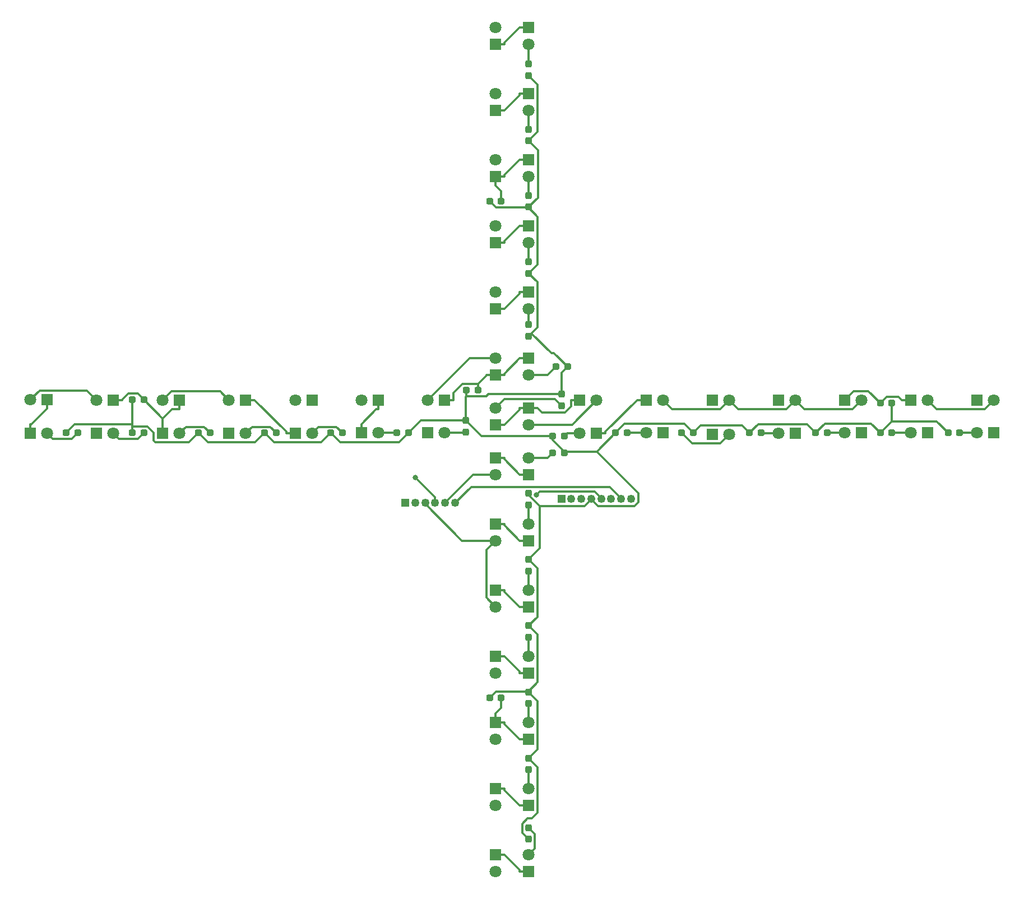
<source format=gtl>
G04 #@! TF.GenerationSoftware,KiCad,Pcbnew,(6.0.1)*
G04 #@! TF.CreationDate,2022-02-25T16:08:36+09:00*
G04 #@! TF.ProjectId,line_senser20220225,6c696e65-5f73-4656-9e73-657232303232,rev?*
G04 #@! TF.SameCoordinates,PX17d7840PYb06e040*
G04 #@! TF.FileFunction,Copper,L1,Top*
G04 #@! TF.FilePolarity,Positive*
%FSLAX46Y46*%
G04 Gerber Fmt 4.6, Leading zero omitted, Abs format (unit mm)*
G04 Created by KiCad (PCBNEW (6.0.1)) date 2022-02-25 16:08:36*
%MOMM*%
%LPD*%
G01*
G04 APERTURE LIST*
G04 Aperture macros list*
%AMRoundRect*
0 Rectangle with rounded corners*
0 $1 Rounding radius*
0 $2 $3 $4 $5 $6 $7 $8 $9 X,Y pos of 4 corners*
0 Add a 4 corners polygon primitive as box body*
4,1,4,$2,$3,$4,$5,$6,$7,$8,$9,$2,$3,0*
0 Add four circle primitives for the rounded corners*
1,1,$1+$1,$2,$3*
1,1,$1+$1,$4,$5*
1,1,$1+$1,$6,$7*
1,1,$1+$1,$8,$9*
0 Add four rect primitives between the rounded corners*
20,1,$1+$1,$2,$3,$4,$5,0*
20,1,$1+$1,$4,$5,$6,$7,0*
20,1,$1+$1,$6,$7,$8,$9,0*
20,1,$1+$1,$8,$9,$2,$3,0*%
G04 Aperture macros list end*
G04 #@! TA.AperFunction,SMDPad,CuDef*
%ADD10RoundRect,0.237500X-0.287500X-0.237500X0.287500X-0.237500X0.287500X0.237500X-0.287500X0.237500X0*%
G04 #@! TD*
G04 #@! TA.AperFunction,SMDPad,CuDef*
%ADD11RoundRect,0.237500X0.287500X0.237500X-0.287500X0.237500X-0.287500X-0.237500X0.287500X-0.237500X0*%
G04 #@! TD*
G04 #@! TA.AperFunction,ComponentPad*
%ADD12R,1.250000X1.250000*%
G04 #@! TD*
G04 #@! TA.AperFunction,ComponentPad*
%ADD13C,1.250000*%
G04 #@! TD*
G04 #@! TA.AperFunction,ComponentPad*
%ADD14R,1.251000X1.251000*%
G04 #@! TD*
G04 #@! TA.AperFunction,ComponentPad*
%ADD15C,1.251000*%
G04 #@! TD*
G04 #@! TA.AperFunction,SMDPad,CuDef*
%ADD16RoundRect,0.237500X-0.237500X0.287500X-0.237500X-0.287500X0.237500X-0.287500X0.237500X0.287500X0*%
G04 #@! TD*
G04 #@! TA.AperFunction,SMDPad,CuDef*
%ADD17RoundRect,0.237500X0.237500X-0.287500X0.237500X0.287500X-0.237500X0.287500X-0.237500X-0.287500X0*%
G04 #@! TD*
G04 #@! TA.AperFunction,ComponentPad*
%ADD18R,1.800000X1.800000*%
G04 #@! TD*
G04 #@! TA.AperFunction,ComponentPad*
%ADD19C,1.800000*%
G04 #@! TD*
G04 #@! TA.AperFunction,ViaPad*
%ADD20C,0.800000*%
G04 #@! TD*
G04 #@! TA.AperFunction,Conductor*
%ADD21C,0.300000*%
G04 #@! TD*
G04 APERTURE END LIST*
D10*
X73125000Y79000000D03*
X74875000Y79000000D03*
X76625000Y107500000D03*
X78375000Y107500000D03*
X76625000Y32500000D03*
X78375000Y32500000D03*
X22625000Y77500000D03*
X24375000Y77500000D03*
D11*
X137375000Y77000000D03*
X135625000Y77000000D03*
D12*
X87460000Y62535000D03*
D13*
X88960000Y62535000D03*
X90460000Y62535000D03*
X91960000Y62535000D03*
X93460000Y62535000D03*
X94960000Y62535000D03*
X96460000Y62535000D03*
X97960000Y62535000D03*
D14*
X63885000Y61925000D03*
D15*
X65385000Y61925000D03*
X66885000Y61925000D03*
X68385000Y61925000D03*
X69885000Y61925000D03*
X71385000Y61925000D03*
D16*
X87500000Y78375000D03*
X87500000Y76625000D03*
D11*
X88375000Y82500000D03*
X86625000Y82500000D03*
D17*
X82500000Y126500000D03*
X82500000Y128250000D03*
D10*
X86125000Y72000000D03*
X87875000Y72000000D03*
X95625000Y72500000D03*
X97375000Y72500000D03*
D11*
X87875000Y69500000D03*
X86125000Y69500000D03*
D16*
X82500000Y63375000D03*
X82500000Y61625000D03*
X73000000Y74375000D03*
X73000000Y72625000D03*
D11*
X64375000Y72500000D03*
X62625000Y72500000D03*
D17*
X82500000Y96625000D03*
X82500000Y98375000D03*
X82500000Y106625000D03*
X82500000Y108375000D03*
X82500000Y116625000D03*
X82500000Y118375000D03*
D16*
X82500000Y53375000D03*
X82500000Y51625000D03*
X82500000Y43375000D03*
X82500000Y41625000D03*
X82500000Y33375000D03*
X82500000Y31625000D03*
X82500000Y23375000D03*
X82500000Y21625000D03*
D17*
X82500000Y11125000D03*
X82500000Y12875000D03*
D10*
X52625000Y72500000D03*
X54375000Y72500000D03*
X42625000Y72500000D03*
X44375000Y72500000D03*
X32625000Y72500000D03*
X34375000Y72500000D03*
X22625000Y72500000D03*
X24375000Y72500000D03*
X12625000Y72500000D03*
X14375000Y72500000D03*
D11*
X107375000Y72500000D03*
X105625000Y72500000D03*
D10*
X115875000Y72500000D03*
X117625000Y72500000D03*
X125875000Y72500000D03*
X127625000Y72500000D03*
X135625000Y72500000D03*
X137375000Y72500000D03*
X145875000Y72500000D03*
X147625000Y72500000D03*
D17*
X82500000Y87125000D03*
X82500000Y88875000D03*
D18*
X77500000Y73730000D03*
D19*
X77500000Y76270000D03*
D18*
X82500000Y83770000D03*
D19*
X82500000Y81230000D03*
D18*
X82500000Y133770000D03*
D19*
X82500000Y131230000D03*
D18*
X82500000Y56230000D03*
D19*
X82500000Y58770000D03*
D18*
X67230000Y72500000D03*
D19*
X69770000Y72500000D03*
D18*
X57230000Y72500000D03*
D19*
X59770000Y72500000D03*
D18*
X82500000Y103770000D03*
D19*
X82500000Y101230000D03*
D18*
X82500000Y113770000D03*
D19*
X82500000Y111230000D03*
D18*
X82500000Y123770000D03*
D19*
X82500000Y121230000D03*
D18*
X82500000Y46230000D03*
D19*
X82500000Y48770000D03*
D18*
X82500000Y36230000D03*
D19*
X82500000Y38770000D03*
D18*
X82500000Y26230000D03*
D19*
X82500000Y28770000D03*
D18*
X82500000Y16230000D03*
D19*
X82500000Y18770000D03*
D18*
X82500000Y6230000D03*
D19*
X82500000Y8770000D03*
D18*
X37230000Y72426000D03*
D19*
X39770000Y72426000D03*
D18*
X27230000Y72426000D03*
D19*
X29770000Y72426000D03*
D18*
X17230000Y72426000D03*
D19*
X19770000Y72426000D03*
D18*
X82500000Y76270000D03*
D19*
X82500000Y73730000D03*
D18*
X77500000Y81230000D03*
D19*
X77500000Y83770000D03*
D18*
X77500000Y131230000D03*
D19*
X77500000Y133770000D03*
D18*
X90230000Y77426000D03*
D19*
X92770000Y77426000D03*
D18*
X100230000Y77426000D03*
D19*
X102770000Y77426000D03*
D18*
X69770000Y77426000D03*
D19*
X67230000Y77426000D03*
D18*
X59770000Y77426000D03*
D19*
X57230000Y77426000D03*
D18*
X77500000Y101230000D03*
D19*
X77500000Y103770000D03*
D18*
X77500000Y111230000D03*
D19*
X77500000Y113770000D03*
D18*
X77500000Y121230000D03*
D19*
X77500000Y123770000D03*
D18*
X77500000Y18770000D03*
D19*
X77500000Y16230000D03*
D18*
X77500000Y8770000D03*
D19*
X77500000Y6230000D03*
D18*
X49770000Y77426000D03*
D19*
X47230000Y77426000D03*
D18*
X39770000Y77426000D03*
D19*
X37230000Y77426000D03*
D18*
X29770000Y77426000D03*
D19*
X27230000Y77426000D03*
D18*
X19770000Y77426000D03*
D19*
X17230000Y77426000D03*
D18*
X9770000Y77500000D03*
D19*
X7230000Y77500000D03*
D18*
X110230000Y77426000D03*
D19*
X112770000Y77426000D03*
D18*
X120230000Y77426000D03*
D19*
X122770000Y77426000D03*
D18*
X130230000Y77426000D03*
D19*
X132770000Y77426000D03*
D18*
X140230000Y77426000D03*
D19*
X142770000Y77426000D03*
D18*
X150230000Y77426000D03*
D19*
X152770000Y77426000D03*
D18*
X82500000Y93770000D03*
D19*
X82500000Y91230000D03*
D18*
X77500000Y91230000D03*
D19*
X77500000Y93770000D03*
D18*
X110230000Y72250000D03*
D19*
X112770000Y72250000D03*
D18*
X7230000Y72426000D03*
D19*
X9770000Y72426000D03*
D18*
X47230000Y72426000D03*
D19*
X49770000Y72426000D03*
D18*
X152770000Y72500000D03*
D19*
X150230000Y72500000D03*
D18*
X142770000Y72500000D03*
D19*
X140230000Y72500000D03*
D18*
X132770000Y72500000D03*
D19*
X130230000Y72500000D03*
D18*
X122770000Y72426000D03*
D19*
X120230000Y72426000D03*
D18*
X102770000Y72500000D03*
D19*
X100230000Y72500000D03*
D18*
X92770000Y72426000D03*
D19*
X90230000Y72426000D03*
D18*
X82500000Y66230000D03*
D19*
X82500000Y68770000D03*
D18*
X77500000Y58770000D03*
D19*
X77500000Y56230000D03*
D18*
X77500000Y48770000D03*
D19*
X77500000Y46230000D03*
D18*
X77500000Y28770000D03*
D19*
X77500000Y26230000D03*
D18*
X77500000Y68770000D03*
D19*
X77500000Y66230000D03*
D18*
X77500000Y38770000D03*
D19*
X77500000Y36230000D03*
D20*
X83694400Y63157400D03*
X65413100Y65762500D03*
D21*
X22007100Y78433200D02*
X23441800Y78433200D01*
X82500000Y83770000D02*
X81149700Y83770000D01*
X84503400Y75616900D02*
X87998900Y75616900D01*
X77500000Y111230000D02*
X77500000Y109879700D01*
X45879700Y72666600D02*
X41120300Y77426000D01*
X9770000Y77500000D02*
X9770000Y76149700D01*
X77500000Y81230000D02*
X76149700Y81230000D01*
X135625000Y77000000D02*
X133828400Y78796600D01*
X81149700Y93529400D02*
X81149700Y93770000D01*
X39770000Y77426000D02*
X41120300Y77426000D01*
X78850300Y111470600D02*
X78850300Y111230000D01*
X77500000Y48770000D02*
X78850300Y48770000D01*
X77500000Y109879700D02*
X78375000Y109004700D01*
X9770000Y76149700D02*
X7396600Y73776300D01*
X81149700Y36470600D02*
X81149700Y36230000D01*
X81149700Y26230000D02*
X78850300Y28529400D01*
X78850300Y101470600D02*
X78850300Y101230000D01*
X71120300Y78523100D02*
X71120300Y77426000D01*
X69770000Y77426000D02*
X71120300Y77426000D01*
X82500000Y103770000D02*
X81149700Y103770000D01*
X82500000Y46230000D02*
X81149700Y46230000D01*
X74875000Y79931000D02*
X74875000Y79000000D01*
X78850300Y28529400D02*
X78850300Y28770000D01*
X135625000Y77000000D02*
X136552600Y77927600D01*
X136552600Y77927600D02*
X138378100Y77927600D01*
X82500000Y133770000D02*
X81149700Y133770000D01*
X88879700Y76497700D02*
X88879700Y77426000D01*
X77500000Y121230000D02*
X78850300Y121230000D01*
X82500000Y113770000D02*
X81149700Y113770000D01*
X78850300Y38770000D02*
X81149700Y36470600D01*
X47230000Y72426000D02*
X45879700Y72426000D01*
X59770000Y76075700D02*
X59455400Y76075700D01*
X21120300Y77546400D02*
X22007100Y78433200D01*
X77500000Y111230000D02*
X78850300Y111230000D01*
X140230000Y77426000D02*
X138879700Y77426000D01*
X100230000Y77426000D02*
X98879700Y77426000D01*
X45879700Y72426000D02*
X45879700Y72666600D01*
X82500000Y76270000D02*
X83850300Y76270000D01*
X131600600Y78796600D02*
X130230000Y77426000D01*
X82500000Y16230000D02*
X81149700Y16230000D01*
X78850300Y131470600D02*
X78850300Y131230000D01*
X90230000Y77426000D02*
X88879700Y77426000D01*
X81149700Y123770000D02*
X81149700Y123529400D01*
X78850300Y48529400D02*
X78850300Y48770000D01*
X77500000Y81230000D02*
X78850300Y81230000D01*
X133828400Y78796600D02*
X131600600Y78796600D01*
X77500000Y30120300D02*
X78375000Y30995300D01*
X78375000Y30995300D02*
X78375000Y32500000D01*
X72528200Y79931000D02*
X71120300Y78523100D01*
X81149700Y83770000D02*
X78850300Y81470600D01*
X81149700Y66230000D02*
X78850300Y68529400D01*
X24375000Y77500000D02*
X27230000Y74645000D01*
X81149700Y6470600D02*
X81149700Y6230000D01*
X29770000Y76075700D02*
X28660700Y76075700D01*
X21120300Y77426000D02*
X21120300Y77546400D01*
X78375000Y109004700D02*
X78375000Y107500000D01*
X82500000Y56230000D02*
X81149700Y56230000D01*
X77500000Y18770000D02*
X78850300Y18770000D01*
X81149700Y46230000D02*
X78850300Y48529400D01*
X29770000Y77426000D02*
X29770000Y76075700D01*
X78850300Y18770000D02*
X78850300Y18529400D01*
X81149700Y56230000D02*
X78850300Y58529400D01*
X98879700Y77426000D02*
X94120300Y72666600D01*
X94120300Y72666600D02*
X94120300Y72426000D01*
X77500000Y28770000D02*
X78850300Y28770000D01*
X23441800Y78433200D02*
X24375000Y77500000D01*
X77500000Y131230000D02*
X78850300Y131230000D01*
X28660700Y76075700D02*
X27230000Y74645000D01*
X77500000Y73730000D02*
X78850300Y73730000D01*
X77500000Y8770000D02*
X78850300Y8770000D01*
X77500000Y58770000D02*
X78850300Y58770000D01*
X78850300Y58529400D02*
X78850300Y58770000D01*
X77500000Y28770000D02*
X77500000Y30120300D01*
X76149700Y81230000D02*
X76149700Y81205700D01*
X77500000Y101230000D02*
X78850300Y101230000D01*
X81149700Y76029400D02*
X81149700Y76270000D01*
X82500000Y76270000D02*
X81149700Y76270000D01*
X81149700Y103770000D02*
X78850300Y101470600D01*
X78850300Y68529400D02*
X78850300Y68770000D01*
X92770000Y72426000D02*
X94120300Y72426000D01*
X82500000Y66230000D02*
X81149700Y66230000D01*
X74875000Y79931000D02*
X72528200Y79931000D01*
X78850300Y81470600D02*
X78850300Y81230000D01*
X77500000Y68770000D02*
X78850300Y68770000D01*
X83850300Y76270000D02*
X84503400Y75616900D01*
X82500000Y26230000D02*
X81149700Y26230000D01*
X81149700Y133770000D02*
X78850300Y131470600D01*
X82500000Y6230000D02*
X81149700Y6230000D01*
X78850300Y8770000D02*
X81149700Y6470600D01*
X7230000Y72426000D02*
X7230000Y73776300D01*
X87998900Y75616900D02*
X88879700Y76497700D01*
X19770000Y77426000D02*
X21120300Y77426000D01*
X77500000Y91230000D02*
X78850300Y91230000D01*
X59770000Y77426000D02*
X59770000Y76075700D01*
X138378100Y77927600D02*
X138879700Y77426000D01*
X76149700Y81205700D02*
X74875000Y79931000D01*
X81149700Y113770000D02*
X78850300Y111470600D01*
X78850300Y18529400D02*
X81149700Y16230000D01*
X59455400Y76075700D02*
X57230000Y73850300D01*
X82500000Y36230000D02*
X81149700Y36230000D01*
X81149700Y123529400D02*
X78850300Y121230000D01*
X78850300Y73730000D02*
X81149700Y76029400D01*
X77500000Y38770000D02*
X78850300Y38770000D01*
X7396600Y73776300D02*
X7230000Y73776300D01*
X82500000Y93770000D02*
X81149700Y93770000D01*
X27230000Y74645000D02*
X27230000Y72426000D01*
X78850300Y91230000D02*
X81149700Y93529400D01*
X82500000Y123770000D02*
X81149700Y123770000D01*
X57230000Y72500000D02*
X57230000Y73850300D01*
X83850400Y52024600D02*
X83850400Y44725400D01*
X86125000Y71418900D02*
X87875000Y69668900D01*
X77551300Y33426300D02*
X82448700Y33426300D01*
X87875000Y69668900D02*
X92793900Y69668900D01*
X73000000Y74375000D02*
X66250000Y74375000D01*
X25879600Y72505400D02*
X25879600Y71332500D01*
X73000000Y74375000D02*
X73000000Y77920100D01*
X99039500Y63423300D02*
X99039500Y62046100D01*
X25879600Y71332500D02*
X26136500Y71075600D01*
X22625000Y73449200D02*
X24935800Y73449200D01*
X82500000Y116625000D02*
X83850400Y117975400D01*
X54030200Y71094800D02*
X52625000Y72500000D01*
X137375000Y74250000D02*
X135625000Y72500000D01*
X92793900Y69668900D02*
X95625000Y72500000D01*
X87500000Y81625000D02*
X88375000Y82500000D01*
X82500000Y53375000D02*
X83850400Y52024600D01*
X84185100Y55060100D02*
X82500000Y53375000D01*
X83851600Y15130000D02*
X82973300Y14251700D01*
X41200600Y71075600D02*
X34049400Y71075600D01*
X92958100Y61459600D02*
X91960000Y62457700D01*
X117170500Y73795500D02*
X124579500Y73795500D01*
X62969800Y71094800D02*
X54030200Y71094800D01*
X82500000Y33375000D02*
X83850400Y32024600D01*
X92793900Y69668900D02*
X99039500Y63423300D01*
X22625000Y73449200D02*
X22625000Y72500000D01*
X73125000Y78045100D02*
X76101300Y78045100D01*
X75375000Y72000000D02*
X73000000Y74375000D01*
X107375000Y72500000D02*
X106015300Y73859700D01*
X22625000Y73787100D02*
X22625000Y73449200D01*
X81529700Y13432900D02*
X81529700Y12095300D01*
X22625000Y77500000D02*
X22625000Y73787100D01*
X137375000Y77000000D02*
X137375000Y74250000D01*
X91960000Y62457700D02*
X91960000Y62535000D01*
X82448700Y33426300D02*
X82500000Y33375000D01*
X83850400Y117975400D02*
X83850400Y125149600D01*
X86335400Y84539600D02*
X88375000Y82500000D01*
X76625000Y32500000D02*
X77551300Y33426300D01*
X84185100Y61458200D02*
X84185100Y55060100D01*
X82500000Y23375000D02*
X83851600Y22023400D01*
X83850400Y32024600D02*
X83850400Y24725400D01*
X82973300Y14251700D02*
X82348500Y14251700D01*
X22625000Y73787100D02*
X13912100Y73787100D01*
X82941800Y87566800D02*
X82500000Y87125000D01*
X42625000Y72500000D02*
X41200600Y71075600D01*
X108506700Y73631700D02*
X107375000Y72500000D01*
X144125000Y74250000D02*
X145875000Y72500000D01*
X76101300Y78045100D02*
X76431200Y78375000D01*
X83850400Y105172000D02*
X83850400Y97975400D01*
X106015300Y73859700D02*
X96984700Y73859700D01*
X98453000Y61459600D02*
X92958100Y61459600D01*
X82448700Y106573700D02*
X83850400Y105172000D01*
X82348500Y14251700D02*
X81529700Y13432900D01*
X87500000Y78375000D02*
X87500000Y81625000D01*
X51198800Y71073800D02*
X44051200Y71073800D01*
X83885900Y115239100D02*
X83885900Y108010900D01*
X34049400Y71075600D02*
X32625000Y72500000D01*
X73000000Y77920100D02*
X73125000Y78045100D01*
X91960000Y62457700D02*
X90960500Y61458200D01*
X85968900Y84539600D02*
X86335400Y84539600D01*
X83850400Y88475400D02*
X82941800Y87566800D01*
X13912100Y73787100D02*
X12625000Y72500000D01*
X124579500Y73795500D02*
X125875000Y72500000D01*
X24935800Y73449200D02*
X25879600Y72505400D01*
X87875000Y69668900D02*
X87875000Y69500000D01*
X44051200Y71073800D02*
X42625000Y72500000D01*
X82448700Y106573700D02*
X82500000Y106625000D01*
X114743300Y73631700D02*
X108506700Y73631700D01*
X81529700Y12095300D02*
X82500000Y11125000D01*
X82500000Y116625000D02*
X83885900Y115239100D01*
X127250500Y73875500D02*
X134249500Y73875500D01*
X115875000Y72500000D02*
X117170500Y73795500D01*
X90960500Y61458200D02*
X84185100Y61458200D01*
X134249500Y73875500D02*
X135625000Y72500000D01*
X83850400Y24725400D02*
X82500000Y23375000D01*
X96984700Y73859700D02*
X95625000Y72500000D01*
X115875000Y72500000D02*
X114743300Y73631700D01*
X26136500Y71075600D02*
X31200600Y71075600D01*
X83850400Y34828000D02*
X82448700Y33426300D01*
X83850400Y44725400D02*
X82500000Y43375000D01*
X77551300Y106573700D02*
X82448700Y106573700D01*
X64375000Y72500000D02*
X62969800Y71094800D01*
X86125000Y72000000D02*
X75375000Y72000000D01*
X76431200Y78375000D02*
X87500000Y78375000D01*
X137375000Y74250000D02*
X144125000Y74250000D01*
X66250000Y74375000D02*
X64375000Y72500000D01*
X83850400Y95274600D02*
X83850400Y88475400D01*
X99039500Y62046100D02*
X98453000Y61459600D01*
X73125000Y79000000D02*
X73125000Y78045100D01*
X125875000Y72500000D02*
X127250500Y73875500D01*
X76625000Y107500000D02*
X77551300Y106573700D01*
X82500000Y43375000D02*
X83850400Y42024600D01*
X83851600Y22023400D02*
X83851600Y15130000D01*
X83885900Y108010900D02*
X82500000Y106625000D01*
X83850400Y42024600D02*
X83850400Y34828000D01*
X31200600Y71075600D02*
X32625000Y72500000D01*
X52625000Y72500000D02*
X51198800Y71073800D01*
X83850400Y97975400D02*
X82500000Y96625000D01*
X84185100Y61458200D02*
X82500000Y63143300D01*
X83850400Y125149600D02*
X82500000Y126500000D01*
X82500000Y96625000D02*
X83850400Y95274600D01*
X82941800Y87566800D02*
X85968900Y84539600D01*
X86125000Y72000000D02*
X86125000Y71418900D01*
X82500000Y63143300D02*
X82500000Y63375000D01*
X82500000Y101230000D02*
X82500000Y98375000D01*
X82500000Y111230000D02*
X82500000Y108375000D01*
X82500000Y121230000D02*
X82500000Y118375000D01*
X82500000Y131230000D02*
X82500000Y128250000D01*
X82500000Y91230000D02*
X82500000Y88875000D01*
X86504600Y77620400D02*
X87500000Y76625000D01*
X78850400Y77620400D02*
X86504600Y77620400D01*
X77500000Y76270000D02*
X78850400Y77620400D01*
X82500000Y81230000D02*
X85355000Y81230000D01*
X85355000Y81230000D02*
X86625000Y82500000D01*
X88301000Y72426000D02*
X87875000Y72000000D01*
X90230000Y72426000D02*
X88301000Y72426000D01*
X85395000Y68770000D02*
X86125000Y69500000D01*
X82500000Y68770000D02*
X85395000Y68770000D01*
X69770000Y72500000D02*
X72875000Y72500000D01*
X72875000Y72500000D02*
X73000000Y72625000D01*
X82500000Y48770000D02*
X82500000Y51625000D01*
X82500000Y38770000D02*
X82500000Y41625000D01*
X82500000Y28770000D02*
X82500000Y31625000D01*
X82500000Y18770000D02*
X82500000Y21625000D01*
X83432000Y11943000D02*
X82500000Y12875000D01*
X82500000Y8770000D02*
X83432000Y9702000D01*
X83432000Y9702000D02*
X83432000Y11943000D01*
X82500000Y58770000D02*
X82500000Y61625000D01*
X50770200Y73426200D02*
X49770000Y72426000D01*
X54375000Y72500000D02*
X53448800Y73426200D01*
X53448800Y73426200D02*
X50770200Y73426200D01*
X43447500Y73427500D02*
X40771500Y73427500D01*
X44375000Y72500000D02*
X43447500Y73427500D01*
X40771500Y73427500D02*
X39770000Y72426000D01*
X33447500Y73427500D02*
X30771500Y73427500D01*
X30771500Y73427500D02*
X29770000Y72426000D01*
X34375000Y72500000D02*
X33447500Y73427500D01*
X23443600Y71568600D02*
X20627400Y71568600D01*
X20627400Y71568600D02*
X19770000Y72426000D01*
X24375000Y72500000D02*
X23443600Y71568600D01*
X10627400Y71568600D02*
X9770000Y72426000D01*
X13443600Y71568600D02*
X10627400Y71568600D01*
X14375000Y72500000D02*
X13443600Y71568600D01*
X62625000Y72500000D02*
X59770000Y72500000D01*
X107225400Y70899600D02*
X111419600Y70899600D01*
X105625000Y72500000D02*
X107225400Y70899600D01*
X111419600Y70899600D02*
X112770000Y72250000D01*
X120230000Y72426000D02*
X117699000Y72426000D01*
X117699000Y72426000D02*
X117625000Y72500000D01*
X130230000Y72500000D02*
X127625000Y72500000D01*
X140230000Y72500000D02*
X137375000Y72500000D01*
X100230000Y72500000D02*
X97375000Y72500000D01*
X71385000Y61925000D02*
X73827400Y64367400D01*
X94728900Y64367400D02*
X96460000Y62636300D01*
X96460000Y62636300D02*
X96460000Y62535000D01*
X73827400Y64367400D02*
X94728900Y64367400D01*
X77500000Y66230000D02*
X74118800Y66230000D01*
X73574000Y83770000D02*
X77500000Y83770000D01*
X92770000Y77426000D02*
X89074000Y73730000D01*
X67230000Y77426000D02*
X73574000Y83770000D01*
X89074000Y73730000D02*
X82500000Y73730000D01*
X74118800Y66230000D02*
X69885000Y61996200D01*
X69885000Y61996200D02*
X69885000Y61925000D01*
X15769200Y78886800D02*
X17230000Y77426000D01*
X7230000Y77500000D02*
X8616800Y78886800D01*
X35879600Y78776400D02*
X28580400Y78776400D01*
X84197900Y63660900D02*
X83694400Y63157400D01*
X28580400Y78776400D02*
X27230000Y77426000D01*
X8616800Y78886800D02*
X15769200Y78886800D01*
X93460000Y62535000D02*
X93460000Y62635900D01*
X68385000Y62790600D02*
X68385000Y61925000D01*
X37230000Y77426000D02*
X35879600Y78776400D01*
X92435000Y63660900D02*
X84197900Y63660900D01*
X93460000Y62635900D02*
X92435000Y63660900D01*
X65413100Y65762500D02*
X68385000Y62790600D01*
X66885000Y61790900D02*
X66885000Y61925000D01*
X77500000Y46230000D02*
X76118200Y47611800D01*
X76118200Y47611800D02*
X76118200Y54848200D01*
X77500000Y56230000D02*
X72445900Y56230000D01*
X72445900Y56230000D02*
X66885000Y61790900D01*
X76118200Y54848200D02*
X77500000Y56230000D01*
X111419600Y76075600D02*
X112770000Y77426000D01*
X152770000Y77426000D02*
X151419600Y76075600D01*
X104120400Y76075600D02*
X111419600Y76075600D01*
X124120400Y76075600D02*
X131419600Y76075600D01*
X102770000Y77426000D02*
X104120400Y76075600D01*
X122770000Y77426000D02*
X124120400Y76075600D01*
X121419600Y76075600D02*
X122770000Y77426000D01*
X144120400Y76075600D02*
X142770000Y77426000D01*
X114120400Y76075600D02*
X121419600Y76075600D01*
X131419600Y76075600D02*
X132770000Y77426000D01*
X112770000Y77426000D02*
X114120400Y76075600D01*
X151419600Y76075600D02*
X144120400Y76075600D01*
X150230000Y72500000D02*
X147625000Y72500000D01*
M02*

</source>
